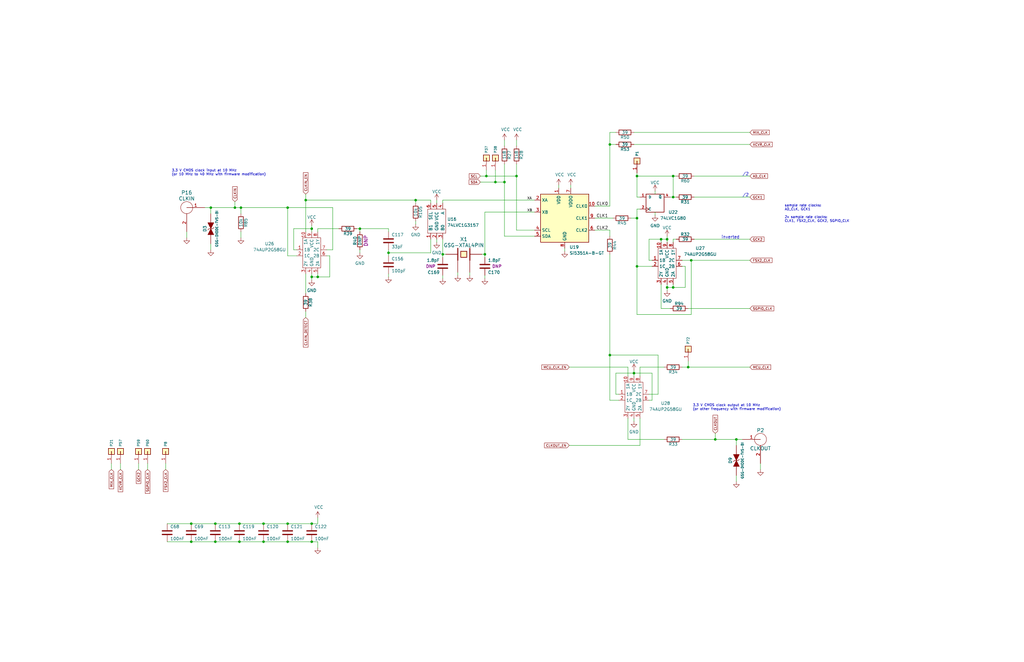
<source format=kicad_sch>
(kicad_sch (version 20211123) (generator eeschema)
  (paper "USLedger")
  (title_block (title "HackRF One") (date "2022-08-29") (rev "r9") (company "Copyright 2012-2022 Great Scott Gadgets") (comment 1 "Michael Ossmann") (comment 2 "Licensed under the CERN-OHL-P v2"))
  (lib_symbols
    (symbol "74AUP2G58GU:74AUP2G58GU"
      (property "Reference" "U" (at 0 0 0))
      (property "Value" "74AUP2G58GU" (at 0 0 0))
      (symbol "74AUP2G58GU_0_1"
        (rectangle (start -3.81 6.35) (end 3.81 -6.35) (stroke (width 0.1524)))
      )
      (symbol "74AUP2G58GU_1_1"
        (pin input line (at -6.35 1.27 0) (length 2.54) (name "1B") (number "1"))
        (pin input line (at -2.54 8.89 270) (length 2.54) (name "1A") (number "10"))
        (pin input line (at -6.35 -1.27 0) (length 2.54) (name "1C") (number "2"))
        (pin output line (at -2.54 -8.89 90) (length 2.54) (name "2Y") (number "3"))
        (pin power_in line (at 0 -8.89 90) (length 2.54) (name "GND") (number "4"))
        (pin input line (at 2.54 -8.89 90) (length 2.54) (name "2A") (number "5"))
        (pin input line (at 6.35 -1.27 180) (length 2.54) (name "2B") (number "6"))
        (pin input line (at 6.35 1.27 180) (length 2.54) (name "2C") (number "7"))
        (pin output line (at 2.54 8.89 270) (length 2.54) (name "1Y") (number "8"))
        (pin power_in line (at 0 8.89 270) (length 2.54) (name "VCC") (number "9"))
      )
    )
    (symbol "74xGxx:74AUP1G80" (pin_names (offset 1.016))
      (property "Reference" "U" (at -2.54 5.08 0))
      (property "Value" "74AUP1G80" (at 0 -5.08 0))
      (symbol "74AUP1G80_0_1"
        (rectangle (start -3.81 3.81) (end 3.81 -3.81) (stroke (width 0.254)))
      )
      (symbol "74AUP1G80_1_1"
        (pin input line (at -6.35 2.54 0) (length 2.54) (name "D") (number "1"))
        (pin input clock (at -6.35 -2.54 0) (length 2.54) (name "C") (number "2"))
        (pin power_in line (at 0 -3.81 270) (length 0) hide (name "GND") (number "3"))
        (pin output line (at 6.35 2.54 180) (length 2.54) (name "~{Q}") (number "4"))
        (pin power_in line (at 0 3.81 90) (length 0) hide (name "VCC") (number "5"))
      )
    )
    (symbol "Connector_Generic:Conn_01x01" (pin_names (offset 1.016) hide)
      (property "Reference" "J" (at 0 2.54 0))
      (property "Value" "Conn_01x01" (at 0 -2.54 0))
      (symbol "Conn_01x01_1_1"
        (rectangle (start -1.27 0.127) (end 0 -0.127) (stroke (width 0.1524)))
        (rectangle (start -1.27 1.27) (end 1.27 -1.27) (stroke (width 0.254)) (fill (type background)))
        (pin passive line (at -5.08 0 0) (length 3.81) (name "Pin_1") (number "1"))
      )
    )
    (symbol "Device:C" (pin_numbers hide) (pin_names (offset 0.254))
      (property "Reference" "C" (at 0.635 2.54 0))
      (property "Value" "C" (at 0.635 -2.54 0))
      (symbol "C_0_1"
        (polyline (pts (xy -2.032 -0.762) (xy 2.032 -0.762)) (stroke (width 0.508)))
        (polyline (pts (xy -2.032 0.762) (xy 2.032 0.762)) (stroke (width 0.508)))
      )
      (symbol "C_1_1"
        (pin passive line (at 0 3.81 270) (length 2.794) (name "~") (number "1"))
        (pin passive line (at 0 -3.81 90) (length 2.794) (name "~") (number "2"))
      )
    )
    (symbol "Device:R" (pin_numbers hide) (pin_names (offset 0))
      (property "Reference" "R" (at 2.032 0 90))
      (property "Value" "R" (at 0 0 90))
      (symbol "R_0_1"
        (rectangle (start -1.016 -2.54) (end 1.016 2.54) (stroke (width 0.254)))
      )
      (symbol "R_1_1"
        (pin passive line (at 0 3.81 270) (length 1.27) (name "~") (number "1"))
        (pin passive line (at 0 -3.81 90) (length 1.27) (name "~") (number "2"))
      )
    )
    (symbol "Oscillator:Si5351A-B-GT"
      (property "Reference" "U" (at -8.89 11.43 0))
      (property "Value" "Si5351A-B-GT" (at -12.7 -12.7 0))
      (symbol "Si5351A-B-GT_0_1"
        (rectangle (start -10.16 10.16) (end 10.16 -10.16) (stroke (width 0.254)) (fill (type background)))
      )
      (symbol "Si5351A-B-GT_1_1"
        (pin power_in line (at -2.54 12.7 270) (length 2.54) (name "VDD") (number "1"))
        (pin output line (at 12.7 5.08 180) (length 2.54) (name "CLK0") (number "10"))
        (pin input line (at -12.7 7.62 0) (length 2.54) (name "XA") (number "2"))
        (pin input line (at -12.7 2.54 0) (length 2.54) (name "XB") (number "3"))
        (pin input line (at -12.7 -5.08 0) (length 2.54) (name "SCL") (number "4"))
        (pin bidirectional line (at -12.7 -7.62 0) (length 2.54) (name "SDA") (number "5"))
        (pin output line (at 12.7 -5.08 180) (length 2.54) (name "CLK2") (number "6"))
        (pin power_in line (at 2.54 12.7 270) (length 2.54) (name "VDDO") (number "7"))
        (pin power_in line (at 0 -12.7 90) (length 2.54) (name "GND") (number "8"))
        (pin output line (at 12.7 0 180) (length 2.54) (name "CLK1") (number "9"))
      )
    )
    (symbol "gsg-symbols:74LVC1G3157" (pin_names (offset 1.016))
      (property "Reference" "U" (at 0 5.08 0))
      (property "Value" "74LVC1G3157" (at 0 -5.08 0))
      (symbol "74LVC1G3157_0_1"
        (rectangle (start 5.08 3.81) (end -5.08 -3.81))
      )
      (symbol "74LVC1G3157_1_1"
        (pin bidirectional line (at -7.62 2.54 0) (length 2.54) (name "B1") (number "1"))
        (pin power_in line (at -7.62 0 0) (length 2.54) (name "GND") (number "2"))
        (pin bidirectional line (at -7.62 -2.54 0) (length 2.54) (name "B0") (number "3"))
        (pin bidirectional line (at 7.62 -2.54 180) (length 2.54) (name "A") (number "4"))
        (pin power_in line (at 7.62 0 180) (length 2.54) (name "VCC") (number "5"))
        (pin input line (at 7.62 2.54 180) (length 2.54) (name "SEL") (number "6"))
      )
    )
    (symbol "hackrf:GSG-DIODE-TVS-BI" (pin_numbers hide) (pin_names (offset 1.016) hide)
      (property "Reference" "D" (at 0 2.54 0))
      (property "Value" "GSG-DIODE-TVS-BI" (at 0 -2.54 0))
      (symbol "GSG-DIODE-TVS-BI_0_1"
        (polyline (pts (xy -0.508 1.27) (xy 0 0.762) (xy 0 -0.762) (xy 0.508 -1.27) (xy 0.508 -1.27)) (stroke (width 0.2032)))
        (polyline (pts (xy 0 0) (xy -2.54 1.27) (xy -2.54 -1.27) (xy 0 0) (xy 0 0)) (fill (type outline)))
        (polyline (pts (xy 0 0) (xy 2.54 1.27) (xy 2.54 -1.27) (xy 0 0) (xy 0 0)) (fill (type outline)))
      )
      (symbol "GSG-DIODE-TVS-BI_1_1"
        (pin passive line (at -6.35 0 0) (length 3.81) (name "A") (number "1"))
        (pin passive line (at 6.35 0 180) (length 3.81) (name "K") (number "2"))
      )
    )
    (symbol "hackrf:GSG-RF-CONN" (pin_names (offset 0) hide)
      (property "Reference" "P" (at 0 3.81 0))
      (property "Value" "GSG-RF-CONN" (at 0 -3.81 0))
      (symbol "GSG-RF-CONN_0_1"
        (circle (center 0 0) (radius 2.54))
      )
      (symbol "GSG-RF-CONN_1_1"
        (pin bidirectional line (at 7.62 0 180) (length 7.62) (name "RF") (number "1"))
        (pin power_in line (at 0 -10.16 90) (length 7.62) (name "GND") (number "2"))
      )
    )
    (symbol "hackrf:GSG-XTAL4PIN" (pin_numbers hide) (pin_names (offset 1.016) hide)
      (property "Reference" "X" (at 0 3.81 0))
      (property "Value" "GSG-XTAL4PIN" (at 0 -3.81 0))
      (symbol "GSG-XTAL4PIN_0_1"
        (polyline (pts (xy -2.54 2.54) (xy -2.54 -2.54)) (stroke (width 0.4064)))
        (polyline (pts (xy 2.54 2.54) (xy 2.54 -2.54)) (stroke (width 0.4064)))
        (polyline (pts (xy -1.27 1.27) (xy 1.27 1.27) (xy 1.27 -1.27) (xy -1.27 -1.27) (xy -1.27 1.27)) (stroke (width 0.3048)) (fill (type background)))
      )
      (symbol "GSG-XTAL4PIN_1_1"
        (pin passive line (at -7.62 0 0) (length 5.08) (name "1") (number "1"))
        (pin passive line (at -2.54 -7.62 90) (length 5.08) (name "2") (number "2"))
        (pin passive line (at 7.62 0 180) (length 5.08) (name "3") (number "3"))
        (pin passive line (at 2.54 -7.62 90) (length 5.08) (name "4") (number "4"))
      )
    )
    (symbol "power:GND" (power) (pin_names (offset 0))
      (property "Value" "GND" (at 0 -3.81 0))
      (symbol "GND_0_1"
        (polyline (pts (xy 0 0) (xy 0 -1.27) (xy 1.27 -1.27) (xy 0 -2.54) (xy -1.27 -1.27) (xy 0 -1.27)))
      )
      (symbol "GND_1_1"
        (pin power_in line (at 0 0 270) (length 0) hide (name "GND") (number "1"))
      )
    )
    (symbol "power:VCC" (power) (pin_names (offset 0))
      (property "Value" "VCC" (at 0 3.81 0))
      (symbol "VCC_0_1"
        (polyline (pts (xy -0.762 1.27) (xy 0 2.54)))
        (polyline (pts (xy 0 0) (xy 0 2.54)))
        (polyline (pts (xy 0 2.54) (xy 0.762 1.27)))
      )
      (symbol "VCC_1_1"
        (pin power_in line (at 0 0 90) (length 0) hide (name "VCC") (number "1"))
      )
    )
  )
  (junction (at 257.175 149.86))
  (junction (at 283.845 83.185))
  (junction (at 99.06 87.63))
  (junction (at 212.725 76.835))
  (junction (at 278.765 100.965))
  (junction (at 291.465 109.855))
  (junction (at 283.845 74.295))
  (junction (at 121.285 87.63))
  (junction (at 100.965 228.6))
  (junction (at 208.915 76.835))
  (junction (at 217.805 74.295))
  (junction (at 121.285 220.98))
  (junction (at 163.83 106.68))
  (junction (at 80.645 220.98))
  (junction (at 88.9 87.63))
  (junction (at 131.445 220.98))
  (junction (at 301.625 185.42))
  (junction (at 204.47 107.315))
  (junction (at 281.305 121.285))
  (junction (at 111.125 228.6))
  (junction (at 268.605 112.395))
  (junction (at 80.645 228.6))
  (junction (at 267.335 157.48))
  (junction (at 90.805 228.6))
  (junction (at 131.445 228.6))
  (junction (at 131.445 116.84))
  (junction (at 111.125 220.98))
  (junction (at 128.905 84.455))
  (junction (at 175.26 84.455))
  (junction (at 310.515 185.42))
  (junction (at 281.305 100.965))
  (junction (at 205.105 74.295))
  (junction (at 268.605 92.075))
  (junction (at 151.765 96.52))
  (junction (at 283.845 121.285))
  (junction (at 186.69 107.315))
  (junction (at 90.805 220.98))
  (junction (at 131.445 96.52))
  (junction (at 268.605 74.295))
  (junction (at 133.985 116.84))
  (junction (at 257.175 60.96))
  (junction (at 101.6 87.63))
  (junction (at 100.965 220.98))
  (junction (at 290.195 154.94))
  (junction (at 121.285 228.6))
  (wire (pts (xy 276.225 89.535) (xy 276.225 90.805)))
  (wire (pts (xy 163.83 116.84) (xy 163.83 115.57)))
  (wire (pts (xy 274.955 157.48) (xy 267.335 157.48)))
  (wire (pts (xy 186.69 100.965) (xy 186.69 107.315)))
  (wire (pts (xy 212.725 99.695) (xy 225.425 99.695)))
  (wire (pts (xy 274.955 168.91) (xy 274.955 157.48)))
  (wire (pts (xy 217.805 59.055) (xy 217.805 61.595)))
  (wire (pts (xy 202.565 74.295) (xy 205.105 74.295)))
  (wire (pts (xy 283.845 100.965) (xy 285.115 100.965)))
  (wire (pts (xy 291.465 109.855) (xy 316.23 109.855)))
  (wire (pts (xy 257.175 97.155) (xy 257.175 99.695)))
  (wire (pts (xy 259.715 166.37) (xy 260.985 166.37)))
  (wire (pts (xy 281.305 100.965) (xy 278.765 100.965)))
  (wire (pts (xy 88.9 90.17) (xy 88.9 87.63)))
  (wire (pts (xy 278.765 120.015) (xy 278.765 130.175)))
  (wire (pts (xy 264.795 176.53) (xy 264.795 185.42)))
  (wire (pts (xy 46.99 195.58) (xy 46.99 198.12)))
  (wire (pts (xy 269.875 158.75) (xy 269.875 154.94)))
  (wire (pts (xy 90.805 228.6) (xy 100.965 228.6)))
  (wire (pts (xy 111.125 228.6) (xy 121.285 228.6)))
  (wire (pts (xy 281.305 120.015) (xy 281.305 121.285)))
  (wire (pts (xy 268.605 132.715) (xy 268.605 112.395)))
  (wire (pts (xy 100.965 220.98) (xy 90.805 220.98)))
  (wire (pts (xy 186.69 107.315) (xy 187.96 107.315)))
  (wire (pts (xy 101.6 87.63) (xy 101.6 90.17)))
  (wire (pts (xy 225.425 89.535) (xy 204.47 89.535)))
  (wire (pts (xy 250.825 97.155) (xy 257.175 97.155)))
  (wire (pts (xy 290.195 152.4) (xy 290.195 154.94)))
  (wire (pts (xy 131.445 96.52) (xy 131.445 95.25)))
  (wire (pts (xy 250.825 86.995) (xy 257.175 86.995)))
  (wire (pts (xy 121.285 220.98) (xy 131.445 220.98)))
  (wire (pts (xy 301.625 182.88) (xy 301.625 185.42)))
  (wire (pts (xy 131.445 116.84) (xy 133.985 116.84)))
  (wire (pts (xy 78.74 97.79) (xy 78.74 100.33)))
  (wire (pts (xy 203.2 107.315) (xy 204.47 107.315)))
  (wire (pts (xy 268.605 92.075) (xy 268.605 112.395)))
  (wire (pts (xy 131.445 118.11) (xy 131.445 116.84)))
  (wire (pts (xy 281.305 102.235) (xy 281.305 100.965)))
  (wire (pts (xy 292.735 74.295) (xy 316.23 74.295)))
  (wire (pts (xy 137.795 105.41) (xy 140.335 105.41)))
  (wire (pts (xy 238.125 104.775) (xy 238.125 106.045)))
  (wire (pts (xy 268.605 83.185) (xy 269.875 83.185)))
  (wire (pts (xy 151.765 96.52) (xy 151.765 97.79)))
  (wire (pts (xy 202.565 76.835) (xy 208.915 76.835)))
  (wire (pts (xy 121.285 228.6) (xy 131.445 228.6)))
  (wire (pts (xy 277.495 149.86) (xy 277.495 166.37)))
  (wire (pts (xy 139.065 116.84) (xy 139.065 107.95)))
  (wire (pts (xy 283.845 102.235) (xy 283.845 100.965)))
  (wire (pts (xy 240.03 187.96) (xy 269.875 187.96)))
  (wire (pts (xy 217.805 69.215) (xy 217.805 74.295)))
  (wire (pts (xy 283.845 121.285) (xy 288.925 121.285)))
  (wire (pts (xy 257.175 60.96) (xy 257.175 86.995)))
  (wire (pts (xy 268.605 88.265) (xy 268.605 92.075)))
  (wire (pts (xy 278.765 130.175) (xy 282.575 130.175)))
  (wire (pts (xy 151.765 105.41) (xy 151.765 106.68)))
  (wire (pts (xy 288.925 112.395) (xy 287.655 112.395)))
  (wire (pts (xy 99.06 87.63) (xy 99.06 85.09)))
  (wire (pts (xy 125.095 107.95) (xy 121.285 107.95)))
  (wire (pts (xy 163.83 105.41) (xy 163.83 106.68)))
  (wire (pts (xy 274.955 112.395) (xy 268.605 112.395)))
  (wire (pts (xy 140.335 87.63) (xy 121.285 87.63)))
  (wire (pts (xy 128.905 84.455) (xy 128.905 97.79)))
  (wire (pts (xy 269.875 176.53) (xy 269.875 187.96)))
  (wire (pts (xy 123.825 105.41) (xy 125.095 105.41)))
  (wire (pts (xy 268.605 73.025) (xy 268.605 74.295)))
  (wire (pts (xy 133.985 228.6) (xy 133.985 231.14)))
  (wire (pts (xy 163.83 106.68) (xy 181.61 106.68)))
  (wire (pts (xy 287.655 185.42) (xy 301.625 185.42)))
  (wire (pts (xy 217.805 97.155) (xy 225.425 97.155)))
  (wire (pts (xy 283.845 83.185) (xy 285.115 83.185)))
  (wire (pts (xy 133.985 97.79) (xy 133.985 96.52)))
  (wire (pts (xy 131.445 220.98) (xy 133.985 220.98)))
  (wire (pts (xy 267.335 157.48) (xy 267.335 156.21)))
  (wire (pts (xy 133.985 116.84) (xy 139.065 116.84)))
  (wire (pts (xy 133.985 96.52) (xy 142.875 96.52)))
  (wire (pts (xy 267.335 158.75) (xy 267.335 157.48)))
  (wire (pts (xy 123.825 96.52) (xy 123.825 105.41)))
  (wire (pts (xy 184.15 85.725) (xy 184.15 84.455)))
  (wire (pts (xy 278.765 100.965) (xy 278.765 102.235)))
  (wire (pts (xy 292.735 83.185) (xy 316.23 83.185)))
  (wire (pts (xy 90.805 220.98) (xy 80.645 220.98)))
  (wire (pts (xy 58.42 195.58) (xy 58.42 198.12)))
  (wire (pts (xy 283.845 120.015) (xy 283.845 121.285)))
  (wire (pts (xy 257.175 168.91) (xy 257.175 149.86)))
  (wire (pts (xy 184.15 100.965) (xy 184.15 102.235)))
  (wire (pts (xy 277.495 166.37) (xy 273.685 166.37)))
  (wire (pts (xy 99.06 87.63) (xy 101.6 87.63)))
  (wire (pts (xy 273.685 109.855) (xy 274.955 109.855)))
  (wire (pts (xy 287.655 154.94) (xy 290.195 154.94)))
  (wire (pts (xy 267.335 60.96) (xy 316.23 60.96)))
  (wire (pts (xy 273.685 100.965) (xy 273.685 109.855)))
  (wire (pts (xy 260.985 168.91) (xy 257.175 168.91)))
  (wire (pts (xy 80.645 228.6) (xy 90.805 228.6)))
  (wire (pts (xy 193.04 116.205) (xy 193.04 114.935)))
  (wire (pts (xy 273.685 168.91) (xy 274.955 168.91)))
  (wire (pts (xy 151.765 96.52) (xy 163.83 96.52)))
  (wire (pts (xy 69.85 195.58) (xy 69.85 198.12)))
  (wire (pts (xy 257.175 55.88) (xy 259.715 55.88)))
  (wire (pts (xy 267.335 157.48) (xy 259.715 157.48)))
  (wire (pts (xy 101.6 97.79) (xy 101.6 100.33)))
  (wire (pts (xy 80.645 220.98) (xy 70.485 220.98)))
  (wire (pts (xy 100.965 220.98) (xy 111.125 220.98)))
  (wire (pts (xy 204.47 89.535) (xy 204.47 107.315)))
  (wire (pts (xy 101.6 87.63) (xy 121.285 87.63)))
  (wire (pts (xy 181.61 106.68) (xy 181.61 100.965)))
  (wire (pts (xy 133.985 115.57) (xy 133.985 116.84)))
  (wire (pts (xy 290.195 130.175) (xy 316.23 130.175)))
  (wire (pts (xy 267.335 55.88) (xy 316.23 55.88)))
  (wire (pts (xy 111.125 220.98) (xy 121.285 220.98)))
  (wire (pts (xy 208.915 71.755) (xy 208.915 76.835)))
  (wire (pts (xy 250.825 92.075) (xy 258.445 92.075)))
  (wire (pts (xy 257.175 55.88) (xy 257.175 60.96)))
  (wire (pts (xy 205.105 74.295) (xy 217.805 74.295)))
  (wire (pts (xy 131.445 228.6) (xy 133.985 228.6)))
  (wire (pts (xy 310.515 187.96) (xy 310.515 185.42)))
  (wire (pts (xy 128.905 115.57) (xy 128.905 123.825)))
  (wire (pts (xy 283.845 83.185) (xy 282.575 83.185)))
  (wire (pts (xy 235.585 79.375) (xy 235.585 78.105)))
  (wire (pts (xy 283.845 74.295) (xy 285.115 74.295)))
  (wire (pts (xy 310.515 203.2) (xy 310.515 200.66)))
  (wire (pts (xy 175.26 94.615) (xy 175.26 93.345)))
  (wire (pts (xy 212.725 76.835) (xy 212.725 99.695)))
  (wire (pts (xy 259.715 157.48) (xy 259.715 166.37)))
  (wire (pts (xy 276.225 80.645) (xy 276.225 81.915)))
  (wire (pts (xy 320.675 195.58) (xy 320.675 198.12)))
  (wire (pts (xy 175.26 84.455) (xy 181.61 84.455)))
  (wire (pts (xy 139.065 107.95) (xy 137.795 107.95)))
  (wire (pts (xy 128.905 133.985) (xy 128.905 131.445)))
  (wire (pts (xy 287.655 109.855) (xy 291.465 109.855)))
  (wire (pts (xy 257.175 107.315) (xy 257.175 149.86)))
  (wire (pts (xy 257.175 149.86) (xy 277.495 149.86)))
  (wire (pts (xy 70.485 228.6) (xy 80.645 228.6)))
  (wire (pts (xy 186.69 116.205) (xy 186.69 117.475)))
  (wire (pts (xy 301.625 185.42) (xy 310.515 185.42)))
  (wire (pts (xy 212.725 59.055) (xy 212.725 61.595)))
  (wire (pts (xy 283.845 74.295) (xy 283.845 83.185)))
  (wire (pts (xy 267.335 176.53) (xy 267.335 177.8)))
  (wire (pts (xy 150.495 96.52) (xy 151.765 96.52)))
  (wire (pts (xy 100.965 228.6) (xy 111.125 228.6)))
  (wire (pts (xy 123.825 96.52) (xy 131.445 96.52)))
  (wire (pts (xy 186.69 84.455) (xy 186.69 85.725)))
  (wire (pts (xy 268.605 88.265) (xy 269.875 88.265)))
  (wire (pts (xy 264.795 185.42) (xy 280.035 185.42)))
  (wire (pts (xy 205.105 71.755) (xy 205.105 74.295)))
  (wire (pts (xy 140.335 105.41) (xy 140.335 87.63)))
  (wire (pts (xy 186.69 84.455) (xy 225.425 84.455)))
  (wire (pts (xy 175.26 85.725) (xy 175.26 84.455)))
  (wire (pts (xy 88.9 105.41) (xy 88.9 102.87)))
  (wire (pts (xy 291.465 132.715) (xy 268.605 132.715)))
  (wire (pts (xy 292.735 100.965) (xy 316.23 100.965)))
  (wire (pts (xy 240.665 79.375) (xy 240.665 78.105)))
  (wire (pts (xy 240.03 154.94) (xy 264.795 154.94)))
  (wire (pts (xy 208.915 76.835) (xy 212.725 76.835)))
  (wire (pts (xy 128.905 84.455) (xy 175.26 84.455)))
  (wire (pts (xy 264.795 158.75) (xy 264.795 154.94)))
  (wire (pts (xy 266.065 92.075) (xy 268.605 92.075)))
  (wire (pts (xy 217.805 74.295) (xy 217.805 97.155)))
  (wire (pts (xy 290.195 154.94) (xy 316.23 154.94)))
  (wire (pts (xy 204.47 107.315) (xy 204.47 108.585)))
  (wire (pts (xy 268.605 83.185) (xy 268.605 74.295)))
  (wire (pts (xy 88.9 87.63) (xy 99.06 87.63)))
  (wire (pts (xy 281.305 100.965) (xy 281.305 99.695)))
  (wire (pts (xy 212.725 69.215) (xy 212.725 76.835)))
  (wire (pts (xy 269.875 154.94) (xy 280.035 154.94)))
  (wire (pts (xy 128.905 81.915) (xy 128.905 84.455)))
  (wire (pts (xy 204.47 117.475) (xy 204.47 116.205)))
  (wire (pts (xy 131.445 115.57) (xy 131.445 116.84)))
  (wire (pts (xy 163.83 106.68) (xy 163.83 107.95)))
  (wire (pts (xy 278.765 100.965) (xy 273.685 100.965)))
  (wire (pts (xy 131.445 97.79) (xy 131.445 96.52)))
  (wire (pts (xy 281.305 122.555) (xy 281.305 121.285)))
  (wire (pts (xy 186.69 108.585) (xy 186.69 107.315)))
  (wire (pts (xy 121.285 87.63) (xy 121.285 107.95)))
  (wire (pts (xy 62.23 198.12) (xy 62.23 195.58)))
  (wire (pts (xy 198.12 114.935) (xy 198.12 116.205)))
  (wire (pts (xy 268.605 74.295) (xy 283.845 74.295)))
  (wire (pts (xy 163.83 96.52) (xy 163.83 97.79)))
  (wire (pts (xy 133.985 220.98) (xy 133.985 218.44)))
  (wire (pts (xy 288.925 121.285) (xy 288.925 112.395)))
  (wire (pts (xy 310.515 185.42) (xy 313.055 185.42)))
  (wire (pts (xy 291.465 109.855) (xy 291.465 132.715)))
  (wire (pts (xy 50.8 195.58) (xy 50.8 198.12)))
  (wire (pts (xy 257.175 60.96) (xy 259.715 60.96)))
  (wire (pts (xy 86.36 87.63) (xy 88.9 87.63)))
  (wire (pts (xy 181.61 84.455) (xy 181.61 85.725)))
  (wire (pts (xy 281.305 121.285) (xy 283.845 121.285)))
  (text "/2" (at 313.055 83.185 0) (effects (font (size 1.27 1.27)) (justify left bottom)))
  (text "inverted" (at 304.165 100.965 0) (effects (font (size 1.27 1.27)) (justify left bottom)))
  (text "3.3 V CMOS clock input at 10 MHz\n(or 10 MHz to 40 MHz with firmware modification)" (at 72.39 74.295 0) (effects (font (size 1.016 1.016)) (justify left bottom)))
  (text "sample rate clocks:\nAD_CLK, GCK1\n\n2x sample rate clocks:\nCLK1, FSX2_CLK, GCK2, SGPIO_CLK" (at 330.835 93.98 0) (effects (font (size 1.016 1.016)) (justify left bottom)))
  (text "/2" (at 313.055 74.295 0) (effects (font (size 1.27 1.27)) (justify left bottom)))
  (text "3.3 V CMOS clock output at 10 MHz\n(or other frequency with firmware modification)" (at 292.1 173.355 0) (effects (font (size 1.016 1.016)) (justify left bottom)))
  (label "CLK0" (at 251.46 86.995 0))
  (label "CLK1" (at 251.46 92.075 0))
  (label "CLK2" (at 251.46 97.155 0))
  (label "XA" (at 222.25 84.455 0) (effects (font (size 1.016 1.016))))
  (label "XB" (at 222.25 89.535 0) (effects (font (size 1.016 1.016))))
  (global_label "XCVR_CLK" (shape input) (at 316.23 60.96 0) (effects (font (size 1.016 1.016))) (property "Intersheet References" "${INTERSHEET_REFS}" (effects hide)))
  (global_label "FSX2_CLK" (shape input) (at 69.85 198.12 270) (effects (font (size 1.016 1.016))) (property "Intersheet References" "${INTERSHEET_REFS}" (effects hide)))
  (global_label "SCL" (shape input) (at 202.565 74.295 180) (effects (font (size 1.016 1.016))) (property "Intersheet References" "${INTERSHEET_REFS}" (effects hide)))
  (global_label "CLKIN_EN" (shape input) (at 128.905 81.915 90) (effects (font (size 1.016 1.016))) (property "Intersheet References" "${INTERSHEET_REFS}" (effects hide)))
  (global_label "MIX_CLK" (shape input) (at 316.23 55.88 0) (effects (font (size 1.016 1.016))) (property "Intersheet References" "${INTERSHEET_REFS}" (effects hide)))
  (global_label "GCK2" (shape input) (at 58.42 198.12 270) (effects (font (size 1.016 1.016))) (property "Intersheet References" "${INTERSHEET_REFS}" (effects hide)))
  (global_label "SDA" (shape input) (at 202.565 76.835 180) (effects (font (size 1.016 1.016))) (property "Intersheet References" "${INTERSHEET_REFS}" (effects hide)))
  (global_label "AD_CLK" (shape input) (at 316.23 74.295 0) (effects (font (size 1.016 1.016))) (property "Intersheet References" "${INTERSHEET_REFS}" (effects hide)))
  (global_label "CLKIN_DETECT" (shape input) (at 128.905 133.985 270) (effects (font (size 1.016 1.016))) (property "Intersheet References" "${INTERSHEET_REFS}" (effects hide)))
  (global_label "CLKOUT_EN" (shape input) (at 240.03 187.96 180) (effects (font (size 1.016 1.016))) (property "Intersheet References" "${INTERSHEET_REFS}" (effects hide)))
  (global_label "MIX_CLK" (shape input) (at 46.99 198.12 270) (effects (font (size 1.016 1.016))) (property "Intersheet References" "${INTERSHEET_REFS}" (effects hide)))
  (global_label "MCU_CLK_EN" (shape input) (at 240.03 154.94 180) (effects (font (size 1.016 1.016))) (property "Intersheet References" "${INTERSHEET_REFS}" (effects hide)))
  (global_label "SGPIO_CLK" (shape input) (at 316.23 130.175 0) (effects (font (size 1.016 1.016))) (property "Intersheet References" "${INTERSHEET_REFS}" (effects hide)))
  (global_label "CLKOUT" (shape input) (at 301.625 182.88 90) (effects (font (size 1.016 1.016))) (property "Intersheet References" "${INTERSHEET_REFS}" (effects hide)))
  (global_label "CLKIN" (shape input) (at 99.06 85.09 90) (effects (font (size 1.016 1.016))) (property "Intersheet References" "${INTERSHEET_REFS}" (effects hide)))
  (global_label "MCU_CLK" (shape input) (at 316.23 154.94 0) (effects (font (size 1.016 1.016))) (property "Intersheet References" "${INTERSHEET_REFS}" (effects hide)))
  (global_label "FSX2_CLK" (shape input) (at 316.23 109.855 0) (effects (font (size 1.016 1.016))) (property "Intersheet References" "${INTERSHEET_REFS}" (effects hide)))
  (global_label "SGPIO_CLK" (shape input) (at 62.23 198.12 270) (effects (font (size 1.016 1.016))) (property "Intersheet References" "${INTERSHEET_REFS}" (effects hide)))
  (global_label "GCK1" (shape input) (at 316.23 83.185 0) (effects (font (size 1.016 1.016))) (property "Intersheet References" "${INTERSHEET_REFS}" (effects hide)))
  (global_label "XCVR_CLK" (shape input) (at 50.8 198.12 270) (effects (font (size 1.016 1.016))) (property "Intersheet References" "${INTERSHEET_REFS}" (effects hide)))
  (global_label "GCK2" (shape input) (at 316.23 100.965 0) (effects (font (size 1.016 1.016))) (property "Intersheet References" "${INTERSHEET_REFS}" (effects hide)))
  (symbol (lib_id "Device:R") (at 212.725 65.405 0) (unit 1)
    (property "Reference" "R27" (at 214.757 65.405 90))
    (property "Value" "1k8" (at 212.725 65.405 90))
    (property "Footprint" "hackrf:GSG-0402" (effects hide))
    (property "Manufacturer" "Stackpole" (effects hide))
    (property "Part Number" "RMCF0402JT1K80" (effects hide))
    (property "Description" "RES TF 1.8K OHM 5% 1/16W 0402" (effects hide))
  )
  (symbol (lib_id "hackrf:GSG-XTAL4PIN") (at 195.58 107.315 0) (unit 1)
    (property "Reference" "X1" (at 195.58 100.965 0) (effects (font (size 1.524 1.524))))
    (property "Value" "GSG-XTAL4PIN" (at 195.58 103.505 0) (effects (font (size 1.524 1.524))))
    (property "Footprint" "hackrf:GSG-XTAL3.2x2.5mm" (effects hide))
    (property "Manufacturer" "Raltron" (effects hide))
    (property "Part Number" "RH100-25.000-12-F-1010-TR" (effects hide))
    (property "Description" "CRYSTAL 25.0000MHZ 12PF SMD" (effects hide))
  )
  (symbol (lib_id "power:GND") (at 198.12 116.205 0) (unit 1)
    (property "Reference" "#PWR0128" (effects hide))
    (property "Value" "GND" (effects hide))
  )
  (symbol (lib_id "power:GND") (at 193.04 116.205 0) (unit 1)
    (property "Reference" "#PWR0127" (effects hide))
    (property "Value" "GND" (effects hide))
  )
  (symbol (lib_id "hackrf:GSG-RF-CONN") (at 78.74 87.63 0) (unit 1)
    (property "Reference" "P16" (at 78.74 81.28 0) (effects (font (size 1.524 1.524))))
    (property "Value" "CLKIN" (at 78.74 83.82 0) (effects (font (size 1.524 1.524))))
    (property "Footprint" "hackrf:GSG-SMA-73251-2120" (effects hide))
    (property "Manufacturer" "Molex" (effects hide))
    (property "Part Number" "73251-2121" (effects hide))
    (property "Description" "CONN SMA JACK 50 OHM EDGE MNT W/JAM NUT & LOCK WASHER" (effects hide))
  )
  (symbol (lib_id "power:GND") (at 78.74 100.33 0) (unit 1)
    (property "Reference" "#PWR0126" (effects hide))
    (property "Value" "GND" (effects hide))
  )
  (symbol (lib_id "power:GND") (at 133.985 231.14 0) (unit 1)
    (property "Reference" "#PWR0121" (effects hide))
    (property "Value" "GND" (effects hide))
  )
  (symbol (lib_id "Device:C") (at 90.805 224.79 0) (unit 1)
    (property "Reference" "C113" (at 92.075 222.25 0) (effects (justify left)))
    (property "Value" "100nF" (at 92.075 227.33 0) (effects (justify left)))
    (property "Footprint" "hackrf:GSG-0402" (effects hide))
    (property "Manufacturer" "Murata" (effects hide))
    (property "Part Number" "GRM155R61A104KA01D" (effects hide))
    (property "Description" "CAP CER 0.1UF 10V 10% X5R 0402" (effects hide))
  )
  (symbol (lib_id "Device:C") (at 100.965 224.79 0) (unit 1)
    (property "Reference" "C119" (at 102.235 222.25 0) (effects (justify left)))
    (property "Value" "100nF" (at 102.235 227.33 0) (effects (justify left)))
    (property "Footprint" "hackrf:GSG-0402" (effects hide))
    (property "Manufacturer" "Murata" (effects hide))
    (property "Part Number" "GRM155R61A104KA01D" (effects hide))
    (property "Description" "CAP CER 0.1UF 10V 10% X5R 0402" (effects hide))
  )
  (symbol (lib_id "Device:C") (at 111.125 224.79 0) (unit 1)
    (property "Reference" "C120" (at 112.395 222.25 0) (effects (justify left)))
    (property "Value" "100nF" (at 112.395 227.33 0) (effects (justify left)))
    (property "Footprint" "hackrf:GSG-0402" (effects hide))
    (property "Manufacturer" "Murata" (effects hide))
    (property "Part Number" "GRM155R61A104KA01D" (effects hide))
    (property "Description" "CAP CER 0.1UF 10V 10% X5R 0402" (effects hide))
  )
  (symbol (lib_id "Device:C") (at 121.285 224.79 0) (unit 1)
    (property "Reference" "C121" (at 122.555 222.25 0) (effects (justify left)))
    (property "Value" "100nF" (at 122.555 227.33 0) (effects (justify left)))
    (property "Footprint" "hackrf:GSG-0402" (effects hide))
    (property "Manufacturer" "Murata" (effects hide))
    (property "Part Number" "GRM155R61A104KA01D" (effects hide))
    (property "Description" "CAP CER 0.1UF 10V 10% X5R 0402" (effects hide))
  )
  (symbol (lib_id "Device:C") (at 131.445 224.79 0) (unit 1)
    (property "Reference" "C122" (at 132.715 222.25 0) (effects (justify left)))
    (property "Value" "100nF" (at 132.715 227.33 0) (effects (justify left)))
    (property "Footprint" "hackrf:GSG-0402" (effects hide))
    (property "Manufacturer" "Murata" (effects hide))
    (property "Part Number" "GRM155R61A104KA01D" (effects hide))
    (property "Description" "CAP CER 0.1UF 10V 10% X5R 0402" (effects hide))
  )
  (symbol (lib_id "Device:R") (at 175.26 89.535 0) (unit 1)
    (property "Reference" "R105" (at 177.292 89.535 90))
    (property "Value" "10k" (at 175.26 89.535 90))
    (property "Footprint" "hackrf:GSG-0402" (effects hide))
    (property "Manufacturer" "Stackpole" (effects hide))
    (property "Part Number" "RMCF0402JT10K0" (effects hide))
    (property "Description" "RES 10K OHM 1/16W 5% 0402 SMD" (effects hide))
  )
  (symbol (lib_id "power:GND") (at 320.675 198.12 0) (unit 1)
    (property "Reference" "#PWR093" (effects hide))
    (property "Value" "GND" (effects hide))
  )
  (symbol (lib_id "hackrf:GSG-RF-CONN") (at 320.675 185.42 0) (mirror y) (unit 1)
    (property "Reference" "P2" (at 320.675 181.61 0) (effects (font (size 1.524 1.524))))
    (property "Value" "CLKOUT" (at 320.675 189.23 0) (effects (font (size 1.524 1.524))))
    (property "Footprint" "hackrf:GSG-SMA-73251-2120" (effects hide))
    (property "Manufacturer" "Molex" (effects hide))
    (property "Part Number" "73251-2121" (effects hide))
    (property "Description" "CONN SMA JACK 50 OHM EDGE MNT W/JAM NUT & LOCK WASHER" (effects hide))
  )
  (symbol (lib_id "Connector_Generic:Conn_01x01") (at 205.105 66.675 90) (unit 1)
    (property "Reference" "P37" (at 205.105 64.643 0) (effects (font (size 1.016 1.016)) (justify left)))
    (property "Value" "SCL" (effects hide))
    (property "Footprint" "hackrf:GSG-TESTPOINT-50MIL" (effects hide))
    (property "DNP" "DNP" (effects hide))
  )
  (symbol (lib_id "Connector_Generic:Conn_01x01") (at 208.915 66.675 90) (unit 1)
    (property "Reference" "P38" (at 208.915 64.643 0) (effects (font (size 1.016 1.016)) (justify left)))
    (property "Value" "SDA" (effects hide))
    (property "Footprint" "hackrf:GSG-TESTPOINT-50MIL" (effects hide))
    (property "DNP" "DNP" (effects hide))
  )
  (symbol (lib_id "Device:R") (at 101.6 93.98 0) (unit 1)
    (property "Reference" "R85" (at 103.632 93.98 90))
    (property "Value" "10k" (at 101.6 93.98 90))
    (property "Footprint" "hackrf:GSG-0402" (effects hide))
    (property "Manufacturer" "Stackpole" (effects hide))
    (property "Part Number" "RMCF0402JT10K0" (effects hide))
    (property "Description" "RES 10K OHM 1/16W 5% 0402 SMD" (effects hide))
  )
  (symbol (lib_id "power:GND") (at 101.6 100.33 0) (unit 1)
    (property "Reference" "#PWR092" (effects hide))
    (property "Value" "GND" (effects hide))
  )
  (symbol (lib_id "Device:R") (at 217.805 65.405 0) (unit 1)
    (property "Reference" "R28" (at 219.837 65.405 90))
    (property "Value" "1k8" (at 217.805 65.405 90))
    (property "Footprint" "hackrf:GSG-0402" (effects hide))
    (property "Manufacturer" "Stackpole" (effects hide))
    (property "Part Number" "RMCF0402JT1K80" (effects hide))
    (property "Description" "RES TF 1.8K OHM 5% 1/16W 0402" (effects hide))
  )
  (symbol (lib_id "Device:R") (at 286.385 130.175 270) (mirror x) (unit 1)
    (property "Reference" "R94" (at 286.385 128.143 90))
    (property "Value" "39" (at 286.385 130.175 90))
    (property "Footprint" "hackrf:GSG-0402" (effects hide))
    (property "Manufacturer" "Stackpole" (effects hide))
    (property "Part Number" "RMCF0402JT39R0" (effects hide))
    (property "Description" "RES 39 OHM 1/16W 5% 0402 SMD" (effects hide))
  )
  (symbol (lib_id "Device:R") (at 283.845 185.42 270) (unit 1)
    (property "Reference" "R33" (at 283.845 187.452 90))
    (property "Value" "39" (at 283.845 185.42 90))
    (property "Footprint" "hackrf:GSG-0402" (effects hide))
    (property "Manufacturer" "Stackpole" (effects hide))
    (property "Part Number" "RMCF0402JT39R0" (effects hide))
    (property "Description" "RES 39 OHM 1/16W 5% 0402 SMD" (effects hide))
  )
  (symbol (lib_id "hackrf:GSG-DIODE-TVS-BI") (at 310.515 194.31 90) (unit 1)
    (property "Reference" "D9" (at 307.975 194.31 0))
    (property "Value" "GSG-DIODE-TVS-BI" (at 313.055 194.31 0) (effects (font (size 1.016 1.016))))
    (property "Footprint" "hackrf:GSG-0402" (effects hide))
    (property "Manufacturer" "Murata" (effects hide))
    (property "Part Number" "LXES15AAA1-100" (effects hide))
    (property "Description" "TVS DIODE ESD .05PF 15KV 0402" (effects hide))
  )
  (symbol (lib_id "power:GND") (at 310.515 203.2 0) (unit 1)
    (property "Reference" "#PWR0171" (effects hide))
    (property "Value" "GND" (effects hide))
  )
  (symbol (lib_id "hackrf:GSG-DIODE-TVS-BI") (at 88.9 96.52 90) (unit 1)
    (property "Reference" "D3" (at 86.36 96.52 0))
    (property "Value" "GSG-DIODE-TVS-BI" (at 91.44 96.52 0) (effects (font (size 1.016 1.016))))
    (property "Footprint" "hackrf:GSG-0402" (effects hide))
    (property "Manufacturer" "Murata" (effects hide))
    (property "Part Number" "LXES15AAA1-100" (effects hide))
    (property "Description" "TVS DIODE ESD .05PF 15KV 0402" (effects hide))
  )
  (symbol (lib_id "power:GND") (at 88.9 105.41 0) (unit 1)
    (property "Reference" "#PWR0172" (effects hide))
    (property "Value" "GND" (effects hide))
  )
  (symbol (lib_id "Device:R") (at 288.925 100.965 270) (mirror x) (unit 1)
    (property "Reference" "R32" (at 288.925 98.933 90))
    (property "Value" "39" (at 288.925 100.965 90))
    (property "Footprint" "hackrf:GSG-0402" (effects hide))
    (property "Manufacturer" "Stackpole" (effects hide))
    (property "Part Number" "RMCF0402JT39R0" (effects hide))
    (property "Description" "RES 39 OHM 1/16W 5% 0402 SMD" (effects hide))
  )
  (symbol (lib_id "Device:R") (at 288.925 83.185 270) (unit 1)
    (property "Reference" "R31" (at 288.925 85.217 90))
    (property "Value" "39" (at 288.925 83.185 90))
    (property "Footprint" "hackrf:GSG-0402" (effects hide))
    (property "Manufacturer" "Stackpole" (effects hide))
    (property "Part Number" "RMCF0402JT39R0" (effects hide))
    (property "Description" "RES 39 OHM 1/16W 5% 0402 SMD" (effects hide))
  )
  (symbol (lib_id "Device:C") (at 186.69 112.395 180) (unit 1)
    (property "Reference" "C169" (at 185.42 114.935 0) (effects (justify left)))
    (property "Value" "1.8pF" (at 185.42 109.855 0) (effects (justify left)))
    (property "Footprint" "hackrf:GSG-0402" (effects hide))
    (property "DNP" "DNP" (at 181.61 112.395 0))
  )
  (symbol (lib_id "Device:C") (at 204.47 112.395 0) (mirror x) (unit 1)
    (property "Reference" "C170" (at 205.74 114.935 0) (effects (justify left)))
    (property "Value" "1.8pF" (at 205.74 109.855 0) (effects (justify left)))
    (property "Footprint" "hackrf:GSG-0402" (effects hide))
    (property "DNP" "DNP" (at 209.55 112.395 0))
  )
  (symbol (lib_id "power:GND") (at 186.69 117.475 0) (mirror y) (unit 1)
    (property "Reference" "#PWR0187" (effects hide))
    (property "Value" "GND" (effects hide))
  )
  (symbol (lib_id "power:GND") (at 204.47 117.475 0) (mirror y) (unit 1)
    (property "Reference" "#PWR0188" (effects hide))
    (property "Value" "GND" (effects hide))
  )
  (symbol (lib_id "power:VCC") (at 235.585 78.105 0) (unit 1)
    (property "Reference" "#PWR0203" (effects hide))
    (property "Value" "VCC" (at 236.0168 73.7108 0))
  )
  (symbol (lib_id "power:VCC") (at 217.805 59.055 0) (unit 1)
    (property "Reference" "#PWR0221" (effects hide))
    (property "Value" "VCC" (at 218.2368 54.6608 0))
  )
  (symbol (lib_id "power:VCC") (at 212.725 59.055 0) (unit 1)
    (property "Reference" "#PWR0227" (effects hide))
    (property "Value" "VCC" (at 213.1568 54.6608 0))
  )
  (symbol (lib_id "power:VCC") (at 133.985 218.44 0) (unit 1)
    (property "Reference" "#PWR0240" (effects hide))
    (property "Value" "VCC" (at 134.4168 214.0458 0))
  )
  (symbol (lib_id "Device:R") (at 262.255 92.075 270) (unit 1)
    (property "Reference" "R45" (at 262.255 94.107 90))
    (property "Value" "39" (at 262.255 92.075 90))
    (property "Footprint" "hackrf:GSG-0402" (effects hide))
    (property "Manufacturer" "Stackpole" (effects hide))
    (property "Part Number" "RMCF0402JT39R0" (effects hide))
    (property "Description" "RES 39 OHM 1/16W 5% 0402 SMD" (effects hide))
  )
  (symbol (lib_id "Device:R") (at 288.925 74.295 270) (unit 1)
    (property "Reference" "R60" (at 288.925 76.327 90))
    (property "Value" "39" (at 288.925 74.295 90))
    (property "Footprint" "hackrf:GSG-0402" (effects hide))
    (property "Manufacturer" "Stackpole" (effects hide))
    (property "Part Number" "RMCF0402JT39R0" (effects hide))
    (property "Description" "RES 39 OHM 1/16W 5% 0402 SMD" (effects hide))
  )
  (symbol (lib_id "74AUP2G58GU:74AUP2G58GU") (at 131.445 106.68 0) (unit 1)
    (property "Reference" "U26" (at 113.665 102.87 0))
    (property "Value" "74AUP2G58GU" (at 113.665 105.4069 0))
    (property "Footprint" "gsg-modules:XQFN10" (effects hide))
    (property "Datasheet" "https://assets.nexperia.com/documents/data-sheet/74AUP2G58.pdf" (effects hide))
    (property "Manufacturer" "Nexperia" (effects hide))
    (property "Part Number" "74AUP2G58GUX" (effects hide))
    (property "Description" "IC SCHMITT TRIGGER DUAL XQFN10" (effects hide))
  )
  (symbol (lib_id "power:GND") (at 281.305 122.555 0) (unit 1)
    (property "Reference" "#PWR0100" (effects hide))
    (property "Value" "GND" (at 281.305 126.9984 0))
  )
  (symbol (lib_id "power:GND") (at 151.765 106.68 0) (unit 1)
    (property "Reference" "#PWR014" (effects hide))
    (property "Value" "GND" (at 151.765 111.1234 0))
  )
  (symbol (lib_id "74xGxx:74AUP1G80") (at 276.225 85.725 0) (unit 1)
    (property "Reference" "U22" (at 283.845 89.535 0))
    (property "Value" "74LVC1G80" (at 283.845 92.075 0))
    (property "Footprint" "Package_TO_SOT_SMD:SOT-353_SC-70-5" (effects hide))
    (property "Datasheet" "https://www.ti.com/lit/gpn/sn74lvc1g80" (effects hide))
    (property "Manufacturer" "Texas Instruments" (effects hide))
    (property "Part Number" "SN74LVC1G80DCKR" (effects hide))
    (property "Description" "IC FF D-TYPE SNGL 1BIT SC70-5" (effects hide))
  )
  (symbol (lib_id "power:VCC") (at 276.225 80.645 0) (unit 1)
    (property "Reference" "#PWR097" (effects hide))
    (property "Value" "VCC" (at 276.225 77.0692 0))
  )
  (symbol (lib_id "power:GND") (at 184.15 102.235 0) (unit 1)
    (property "Reference" "#PWR064" (effects hide))
    (property "Value" "GND" (at 184.15 106.6784 0))
  )
  (symbol (lib_id "Connector_Generic:Conn_01x01") (at 69.85 190.5 90) (unit 1)
    (property "Reference" "P8" (at 69.85 188.468 0) (effects (font (size 1.016 1.016)) (justify left)))
    (property "Value" "FSX2_CLK" (effects hide))
    (property "Footprint" "hackrf:GSG-TESTPOINT-50MIL" (effects hide))
    (property "DNP" "DNP" (effects hide))
  )
  (symbol (lib_id "Connector_Generic:Conn_01x01") (at 268.605 67.945 90) (unit 1)
    (property "Reference" "P1" (at 268.605 65.913 0) (effects (font (size 1.016 1.016)) (justify left)))
    (property "Value" "AD_CLK" (effects hide))
    (property "Footprint" "hackrf:GSG-TESTPOINT-50MIL" (effects hide))
    (property "DNP" "DNP" (effects hide))
  )
  (symbol (lib_id "power:GND") (at 238.125 106.045 0) (mirror y) (unit 1)
    (property "Reference" "#PWR068" (effects hide))
    (property "Value" "GND" (effects hide))
  )
  (symbol (lib_id "power:GND") (at 175.26 94.615 0) (unit 1)
    (property "Reference" "#PWR017" (effects hide))
    (property "Value" "GND" (at 175.26 99.0584 0))
  )
  (symbol (lib_id "power:GND") (at 276.225 90.805 0) (unit 1)
    (property "Reference" "#PWR098" (effects hide))
    (property "Value" "GND" (at 276.225 95.2484 0))
  )
  (symbol (lib_id "Device:R") (at 263.525 55.88 270) (unit 1)
    (property "Reference" "R50" (at 263.525 57.912 90))
    (property "Value" "39" (at 263.525 55.88 90))
    (property "Footprint" "hackrf:GSG-0402" (effects hide))
    (property "Manufacturer" "Stackpole" (effects hide))
    (property "Part Number" "RMCF0402JT39R0" (effects hide))
    (property "Description" "RES 39 OHM 1/16W 5% 0402 SMD" (effects hide))
  )
  (symbol (lib_id "power:VCC") (at 131.445 95.25 0) (unit 1)
    (property "Reference" "#PWR04" (effects hide))
    (property "Value" "VCC" (at 131.445 91.6742 0))
  )
  (symbol (lib_id "power:VCC") (at 281.305 99.695 0) (unit 1)
    (property "Reference" "#PWR099" (effects hide))
    (property "Value" "VCC" (at 281.305 96.1192 0))
  )
  (symbol (lib_id "power:GND") (at 131.445 118.11 0) (unit 1)
    (property "Reference" "#PWR013" (effects hide))
    (property "Value" "GND" (at 131.445 122.5534 0))
  )
  (symbol (lib_id "Connector_Generic:Conn_01x01") (at 62.23 190.5 90) (unit 1)
    (property "Reference" "P60" (at 62.23 188.468 0) (effects (font (size 1.016 1.016)) (justify left)))
    (property "Value" "SGPIO_CLK" (effects hide))
    (property "Footprint" "hackrf:GSG-TESTPOINT-50MIL" (effects hide))
    (property "DNP" "DNP" (effects hide))
  )
  (symbol (lib_id "power:VCC") (at 240.665 78.105 0) (unit 1)
    (property "Reference" "#PWR078" (effects hide))
    (property "Value" "VCC" (at 241.0968 73.7108 0))
  )
  (symbol (lib_id "Device:R") (at 151.765 101.6 180) (unit 1)
    (property "Reference" "R40" (at 149.733 101.6 90))
    (property "Value" "DNP" (at 151.765 101.6 90))
    (property "Footprint" "hackrf:GSG-0402" (effects hide))
    (property "DNP" "DNP" (at 154.305 101.6 90) (effects (font (size 1.524 1.524))))
  )
  (symbol (lib_id "Device:R") (at 257.175 103.505 0) (unit 1)
    (property "Reference" "R44" (at 259.207 103.505 90))
    (property "Value" "39" (at 257.175 103.505 90))
    (property "Footprint" "hackrf:GSG-0402" (effects hide))
    (property "Manufacturer" "Stackpole" (effects hide))
    (property "Part Number" "RMCF0402JT39R0" (effects hide))
    (property "Description" "RES 39 OHM 1/16W 5% 0402 SMD" (effects hide))
  )
  (symbol (lib_id "Connector_Generic:Conn_01x01") (at 46.99 190.5 90) (unit 1)
    (property "Reference" "P21" (at 46.99 188.468 0) (effects (font (size 1.016 1.016)) (justify left)))
    (property "Value" "MIX_CLK" (effects hide))
    (property "Footprint" "hackrf:GSG-TESTPOINT-50MIL" (effects hide))
    (property "DNP" "DNP" (effects hide))
  )
  (symbol (lib_id "Device:R") (at 283.845 154.94 270) (unit 1)
    (property "Reference" "R34" (at 283.845 156.972 90))
    (property "Value" "39" (at 283.845 154.94 90))
    (property "Footprint" "hackrf:GSG-0402" (effects hide))
    (property "Manufacturer" "Stackpole" (effects hide))
    (property "Part Number" "RMCF0402JT39R0" (effects hide))
    (property "Description" "RES 39 OHM 1/16W 5% 0402 SMD" (effects hide))
  )
  (symbol (lib_id "Device:C") (at 70.485 224.79 0) (unit 1)
    (property "Reference" "C68" (at 71.755 222.25 0) (effects (justify left)))
    (property "Value" "100nF" (at 71.755 227.33 0) (effects (justify left)))
    (property "Footprint" "hackrf:GSG-0402" (effects hide))
    (property "Manufacturer" "Murata" (effects hide))
    (property "Part Number" "GRM155R61A104KA01D" (effects hide))
    (property "Description" "CAP CER 0.1UF 10V 10% X5R 0402" (effects hide))
  )
  (symbol (lib_id "power:VCC") (at 184.15 84.455 0) (unit 1)
    (property "Reference" "#PWR059" (effects hide))
    (property "Value" "VCC" (at 184.15 80.8792 0))
  )
  (symbol (lib_id "power:VCC") (at 267.335 156.21 0) (unit 1)
    (property "Reference" "#PWR094" (effects hide))
    (property "Value" "VCC" (at 267.335 152.6342 0))
  )
  (symbol (lib_id "Oscillator:Si5351A-B-GT") (at 238.125 92.075 0) (unit 1)
    (property "Reference" "U19" (at 240.1444 104.2654 0) (effects (justify left)))
    (property "Value" "Si5351A-B-GT" (at 240.1444 106.8023 0) (effects (justify left)))
    (property "Footprint" "Package_SO:MSOP-10_3x3mm_P0.5mm" (effects hide))
    (property "Datasheet" "https://www.silabs.com/documents/public/data-sheets/Si5351-B.pdf" (effects hide))
    (property "Description" "IC CLK GENERATOR 200MHZ 10MSOP" (effects hide))
    (property "Manufacturer" "Skyworks" (effects hide))
    (property "Part Number" "SI5351A-B-GT" (effects hide))
  )
  (symbol (lib_id "Connector_Generic:Conn_01x01") (at 50.8 190.5 90) (unit 1)
    (property "Reference" "P57" (at 50.8 188.468 0) (effects (font (size 1.016 1.016)) (justify left)))
    (property "Value" "XCVR_CLK" (effects hide))
    (property "Footprint" "hackrf:GSG-TESTPOINT-50MIL" (effects hide))
    (property "DNP" "DNP" (effects hide))
  )
  (symbol (lib_id "Device:C") (at 163.83 101.6 0) (unit 1)
    (property "Reference" "C117" (at 165.1 99.06 0) (effects (justify left)))
    (property "Value" "33pF" (at 165.1 104.14 0) (effects (justify left)))
    (property "Footprint" "hackrf:GSG-0402" (effects hide))
    (property "Manufacturer" "Samsung" (effects hide))
    (property "Part Number" "CL05C330JB5NNNC" (effects hide))
    (property "Description" "CAP CER 33PF 50V 5% C0G/NP0 0402" (effects hide))
  )
  (symbol (lib_id "power:GND") (at 267.335 177.8 0) (unit 1)
    (property "Reference" "#PWR096" (effects hide))
    (property "Value" "GND" (at 267.335 182.2434 0))
  )
  (symbol (lib_id "Device:R") (at 263.525 60.96 270) (unit 1)
    (property "Reference" "R53" (at 263.525 62.992 90))
    (property "Value" "39" (at 263.525 60.96 90))
    (property "Footprint" "hackrf:GSG-0402" (effects hide))
    (property "Manufacturer" "Stackpole" (effects hide))
    (property "Part Number" "RMCF0402JT39R0" (effects hide))
    (property "Description" "RES 39 OHM 1/16W 5% 0402 SMD" (effects hide))
  )
  (symbol (lib_id "Connector_Generic:Conn_01x01") (at 290.195 147.32 90) (unit 1)
    (property "Reference" "P72" (at 290.195 145.288 0) (effects (font (size 1.016 1.016)) (justify left)))
    (property "Value" "GP_CLKIN" (effects hide))
    (property "Footprint" "hackrf:GSG-TESTPOINT-50MIL" (effects hide))
    (property "DNP" "DNP" (effects hide))
  )
  (symbol (lib_id "74AUP2G58GU:74AUP2G58GU") (at 281.305 111.125 0) (unit 1)
    (property "Reference" "U27" (at 295.275 104.775 0))
    (property "Value" "74AUP2G58GU" (at 295.275 107.3119 0))
    (property "Footprint" "gsg-modules:XQFN10" (effects hide))
    (property "Datasheet" "https://assets.nexperia.com/documents/data-sheet/74AUP2G58.pdf" (effects hide))
    (property "Manufacturer" "Nexperia" (effects hide))
    (property "Part Number" "74AUP2G58GUX" (effects hide))
    (property "Description" "IC SCHMITT TRIGGER DUAL XQFN10" (effects hide))
  )
  (symbol (lib_id "Device:R") (at 128.905 127.635 0) (unit 1)
    (property "Reference" "R38" (at 130.937 127.635 90))
    (property "Value" "39" (at 128.905 127.635 90))
    (property "Footprint" "hackrf:GSG-0402" (effects hide))
    (property "Manufacturer" "Stackpole" (effects hide))
    (property "Part Number" "RMCF0402JT39R0" (effects hide))
    (property "Description" "RES 39 OHM 1/16W 5% 0402 SMD" (effects hide))
  )
  (symbol (lib_id "Device:C") (at 163.83 111.76 0) (unit 1)
    (property "Reference" "C156" (at 165.1 109.22 0) (effects (justify left)))
    (property "Value" "100pF" (at 165.1 114.3 0) (effects (justify left)))
    (property "Footprint" "hackrf:GSG-0402" (effects hide))
    (property "Manufacturer" "Samsung" (effects hide))
    (property "Part Number" "CL05C101JB5NNNC" (effects hide))
    (property "Description" "CAP CER 100PF 50V 5% C0G/NP0 0402" (effects hide))
  )
  (symbol (lib_id "Device:C") (at 80.645 224.79 0) (unit 1)
    (property "Reference" "C69" (at 81.915 222.25 0) (effects (justify left)))
    (property "Value" "100nF" (at 81.915 227.33 0) (effects (justify left)))
    (property "Footprint" "hackrf:GSG-0402" (effects hide))
    (property "Manufacturer" "Murata" (effects hide))
    (property "Part Number" "GRM155R61A104KA01D" (effects hide))
    (property "Description" "CAP CER 0.1UF 10V 10% X5R 0402" (effects hide))
  )
  (symbol (lib_id "Connector_Generic:Conn_01x01") (at 58.42 190.5 90) (unit 1)
    (property "Reference" "P59" (at 58.42 188.468 0) (effects (font (size 1.016 1.016)) (justify left)))
    (property "Value" "GCK2" (effects hide))
    (property "Footprint" "hackrf:GSG-TESTPOINT-50MIL" (effects hide))
    (property "DNP" "DNP" (effects hide))
  )
  (symbol (lib_id "gsg-symbols:74LVC1G3157") (at 184.15 93.345 90) (unit 1)
    (property "Reference" "U16" (at 188.595 92.5103 90) (effects (justify right)))
    (property "Value" "74LVC1G3157" (at 188.595 95.0472 90) (effects (justify right)))
    (property "Footprint" "gsg-modules:XSON6" (effects hide))
    (property "Description" "IC SWITCH SPDT 6 OHM X2DFN1410-6" (effects hide))
    (property "Manufacturer" "Diodes Inc." (effects hide))
    (property "Part Number" "74LVC1G3157FZ4-7" (effects hide))
  )
  (symbol (lib_id "Device:R") (at 146.685 96.52 270) (unit 1)
    (property "Reference" "R39" (at 146.685 98.552 90))
    (property "Value" "39" (at 146.685 96.52 90))
    (property "Footprint" "hackrf:GSG-0402" (effects hide))
    (property "Manufacturer" "Stackpole" (effects hide))
    (property "Part Number" "RMCF0402JT39R0" (effects hide))
    (property "Description" "RES 39 OHM 1/16W 5% 0402 SMD" (effects hide))
  )
  (symbol (lib_id "power:GND") (at 163.83 116.84 0) (unit 1)
    (property "Reference" "#PWR016" (effects hide))
    (property "Value" "GND" (effects hide))
  )
  (symbol (lib_id "74AUP2G58GU:74AUP2G58GU") (at 267.335 167.64 0) (unit 1)
    (property "Reference" "U28" (at 280.67 170.18 0))
    (property "Value" "74AUP2G58GU" (at 280.67 172.7169 0))
    (property "Footprint" "gsg-modules:XQFN10" (effects hide))
    (property "Datasheet" "https://assets.nexperia.com/documents/data-sheet/74AUP2G58.pdf" (effects hide))
    (property "Manufacturer" "Nexperia" (effects hide))
    (property "Part Number" "74AUP2G58GUX" (effects hide))
    (property "Description" "IC SCHMITT TRIGGER DUAL XQFN10" (effects hide))
  )
)
</source>
